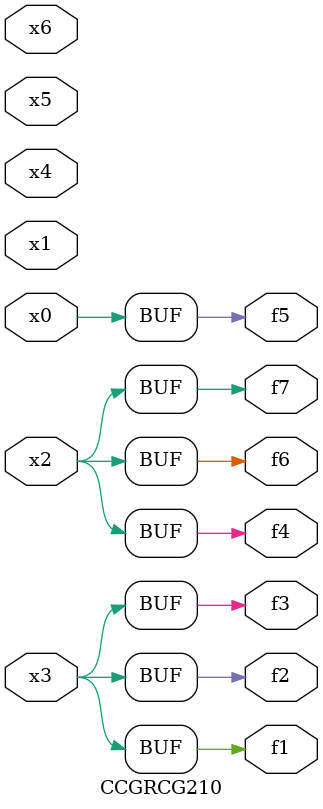
<source format=v>
module CCGRCG210(
	input x0, x1, x2, x3, x4, x5, x6,
	output f1, f2, f3, f4, f5, f6, f7
);
	assign f1 = x3;
	assign f2 = x3;
	assign f3 = x3;
	assign f4 = x2;
	assign f5 = x0;
	assign f6 = x2;
	assign f7 = x2;
endmodule

</source>
